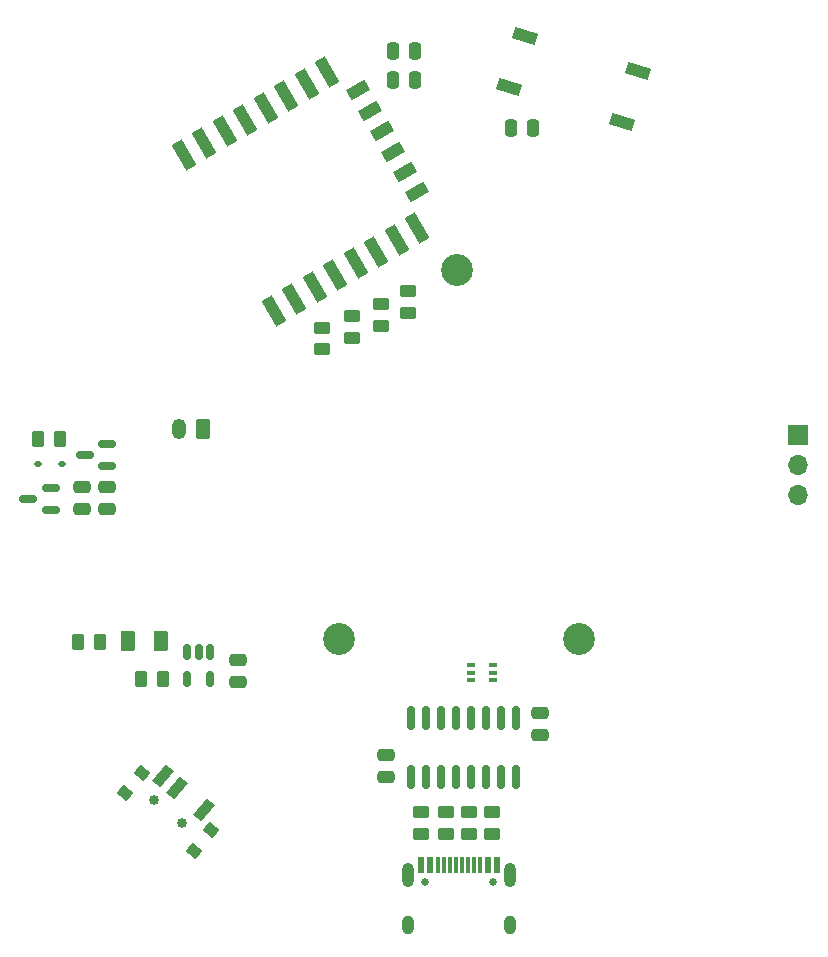
<source format=gbs>
G04 #@! TF.GenerationSoftware,KiCad,Pcbnew,8.0.4*
G04 #@! TF.CreationDate,2024-08-11T22:53:44+02:00*
G04 #@! TF.ProjectId,Haibadge_B,48616962-6164-4676-955f-422e6b696361,rev?*
G04 #@! TF.SameCoordinates,Original*
G04 #@! TF.FileFunction,Soldermask,Bot*
G04 #@! TF.FilePolarity,Negative*
%FSLAX46Y46*%
G04 Gerber Fmt 4.6, Leading zero omitted, Abs format (unit mm)*
G04 Created by KiCad (PCBNEW 8.0.4) date 2024-08-11 22:53:44*
%MOMM*%
%LPD*%
G01*
G04 APERTURE LIST*
G04 Aperture macros list*
%AMRoundRect*
0 Rectangle with rounded corners*
0 $1 Rounding radius*
0 $2 $3 $4 $5 $6 $7 $8 $9 X,Y pos of 4 corners*
0 Add a 4 corners polygon primitive as box body*
4,1,4,$2,$3,$4,$5,$6,$7,$8,$9,$2,$3,0*
0 Add four circle primitives for the rounded corners*
1,1,$1+$1,$2,$3*
1,1,$1+$1,$4,$5*
1,1,$1+$1,$6,$7*
1,1,$1+$1,$8,$9*
0 Add four rect primitives between the rounded corners*
20,1,$1+$1,$2,$3,$4,$5,0*
20,1,$1+$1,$4,$5,$6,$7,0*
20,1,$1+$1,$6,$7,$8,$9,0*
20,1,$1+$1,$8,$9,$2,$3,0*%
%AMRotRect*
0 Rectangle, with rotation*
0 The origin of the aperture is its center*
0 $1 length*
0 $2 width*
0 $3 Rotation angle, in degrees counterclockwise*
0 Add horizontal line*
21,1,$1,$2,0,0,$3*%
G04 Aperture macros list end*
%ADD10RotRect,0.900000X1.800000X140.000000*%
%ADD11RotRect,1.100000X0.930000X140.000000*%
%ADD12C,0.850000*%
%ADD13RoundRect,0.150000X0.587500X0.150000X-0.587500X0.150000X-0.587500X-0.150000X0.587500X-0.150000X0*%
%ADD14RoundRect,0.250000X0.375000X0.625000X-0.375000X0.625000X-0.375000X-0.625000X0.375000X-0.625000X0*%
%ADD15C,2.700000*%
%ADD16RoundRect,0.250000X-0.450000X0.262500X-0.450000X-0.262500X0.450000X-0.262500X0.450000X0.262500X0*%
%ADD17RoundRect,0.250000X-0.250000X-0.475000X0.250000X-0.475000X0.250000X0.475000X-0.250000X0.475000X0*%
%ADD18RoundRect,0.250000X0.262500X0.450000X-0.262500X0.450000X-0.262500X-0.450000X0.262500X-0.450000X0*%
%ADD19RoundRect,0.250000X-0.262500X-0.450000X0.262500X-0.450000X0.262500X0.450000X-0.262500X0.450000X0*%
%ADD20RoundRect,0.250000X-0.475000X0.250000X-0.475000X-0.250000X0.475000X-0.250000X0.475000X0.250000X0*%
%ADD21RoundRect,0.250000X0.450000X-0.262500X0.450000X0.262500X-0.450000X0.262500X-0.450000X-0.262500X0*%
%ADD22RotRect,2.000000X1.000000X163.000000*%
%ADD23RoundRect,0.100000X-0.225000X-0.100000X0.225000X-0.100000X0.225000X0.100000X-0.225000X0.100000X0*%
%ADD24RoundRect,0.150000X0.150000X-0.825000X0.150000X0.825000X-0.150000X0.825000X-0.150000X-0.825000X0*%
%ADD25RoundRect,0.150000X-0.150000X0.512500X-0.150000X-0.512500X0.150000X-0.512500X0.150000X0.512500X0*%
%ADD26RoundRect,0.250000X0.475000X-0.250000X0.475000X0.250000X-0.475000X0.250000X-0.475000X-0.250000X0*%
%ADD27RoundRect,0.250000X0.350000X0.625000X-0.350000X0.625000X-0.350000X-0.625000X0.350000X-0.625000X0*%
%ADD28O,1.200000X1.750000*%
%ADD29R,1.700000X1.700000*%
%ADD30O,1.700000X1.700000*%
%ADD31RoundRect,0.112500X0.187500X0.112500X-0.187500X0.112500X-0.187500X-0.112500X0.187500X-0.112500X0*%
%ADD32C,0.650000*%
%ADD33R,0.600000X1.450000*%
%ADD34R,0.300000X1.450000*%
%ADD35O,1.000000X1.600000*%
%ADD36O,1.000000X2.100000*%
%ADD37RotRect,2.500000X1.000000X300.000000*%
%ADD38RotRect,1.000000X1.800000X300.000000*%
G04 APERTURE END LIST*
D10*
G04 #@! TO.C,SW2*
X118565777Y-168318165D03*
X116267644Y-166389802D03*
X115118577Y-165425621D03*
D11*
X113359128Y-165111079D03*
X111900000Y-166850000D03*
X117721937Y-171735186D03*
X119181065Y-169996265D03*
D12*
X114388252Y-167462782D03*
X116686385Y-169391144D03*
G04 #@! TD*
D13*
G04 #@! TO.C,Q3*
X105600000Y-141000000D03*
X105600000Y-142900000D03*
X103725000Y-141950000D03*
G04 #@! TD*
D14*
G04 #@! TO.C,D16*
X114950000Y-154000000D03*
X112150000Y-154000000D03*
G04 #@! TD*
D15*
G04 #@! TO.C,H3*
X150300000Y-153800000D03*
G04 #@! TD*
G04 #@! TO.C,H2*
X130000000Y-153800000D03*
G04 #@! TD*
G04 #@! TO.C,H1*
X140000000Y-122600000D03*
G04 #@! TD*
D16*
G04 #@! TO.C,R10*
X133600000Y-125462500D03*
X133600000Y-127287500D03*
G04 #@! TD*
D17*
G04 #@! TO.C,C22*
X134550000Y-104000000D03*
X136450000Y-104000000D03*
G04 #@! TD*
D18*
G04 #@! TO.C,R4*
X109775000Y-154050000D03*
X107950000Y-154050000D03*
G04 #@! TD*
D19*
G04 #@! TO.C,R12*
X113275000Y-157200000D03*
X115100000Y-157200000D03*
G04 #@! TD*
D13*
G04 #@! TO.C,U4*
X108525000Y-138250000D03*
X110400000Y-139200000D03*
X110400000Y-137300000D03*
G04 #@! TD*
D17*
G04 #@! TO.C,C23*
X134550000Y-106500000D03*
X136450000Y-106500000D03*
G04 #@! TD*
D20*
G04 #@! TO.C,C19*
X110400000Y-140900000D03*
X110400000Y-142800000D03*
G04 #@! TD*
D21*
G04 #@! TO.C,R7*
X139050000Y-170300000D03*
X139050000Y-168475000D03*
G04 #@! TD*
D22*
G04 #@! TO.C,SW1*
X155315672Y-105696629D03*
X145752625Y-102772912D03*
X153999999Y-110000000D03*
X144436952Y-107076283D03*
G04 #@! TD*
D17*
G04 #@! TO.C,C16*
X144550000Y-110500000D03*
X146450000Y-110500000D03*
G04 #@! TD*
D23*
G04 #@! TO.C,Q1*
X141200000Y-157300000D03*
X141200000Y-156650000D03*
X141200000Y-156000000D03*
X143100000Y-156000000D03*
X143100000Y-156650000D03*
X143100000Y-157300000D03*
G04 #@! TD*
D24*
G04 #@! TO.C,U2*
X145000000Y-165475000D03*
X143730000Y-165475000D03*
X142460000Y-165475000D03*
X141190000Y-165475000D03*
X139920000Y-165475000D03*
X138650000Y-165475000D03*
X137380000Y-165475000D03*
X136110000Y-165475000D03*
X136110000Y-160525000D03*
X137380000Y-160525000D03*
X138650000Y-160525000D03*
X139920000Y-160525000D03*
X141190000Y-160525000D03*
X142460000Y-160525000D03*
X143730000Y-160525000D03*
X145000000Y-160525000D03*
G04 #@! TD*
D25*
G04 #@! TO.C,U3*
X117187500Y-157187500D03*
X119087500Y-157187500D03*
X119087500Y-154912500D03*
X118137500Y-154912500D03*
X117187500Y-154912500D03*
G04 #@! TD*
D16*
G04 #@! TO.C,R6*
X137000000Y-168475000D03*
X137000000Y-170300000D03*
G04 #@! TD*
D26*
G04 #@! TO.C,C21*
X121500000Y-157450000D03*
X121500000Y-155550000D03*
G04 #@! TD*
D27*
G04 #@! TO.C,J3*
X118500000Y-136000000D03*
D28*
X116500000Y-136000000D03*
G04 #@! TD*
D16*
G04 #@! TO.C,R9*
X131100000Y-126462500D03*
X131100000Y-128287500D03*
G04 #@! TD*
D20*
G04 #@! TO.C,C20*
X108300000Y-140900000D03*
X108300000Y-142800000D03*
G04 #@! TD*
D26*
G04 #@! TO.C,C25*
X147000000Y-161975000D03*
X147000000Y-160075000D03*
G04 #@! TD*
D21*
G04 #@! TO.C,R5*
X143000000Y-170300000D03*
X143000000Y-168475000D03*
G04 #@! TD*
D16*
G04 #@! TO.C,R11*
X128600000Y-127462500D03*
X128600000Y-129287500D03*
G04 #@! TD*
D29*
G04 #@! TO.C,J1*
X168900000Y-136520000D03*
D30*
X168900000Y-139060000D03*
X168900000Y-141600000D03*
G04 #@! TD*
D31*
G04 #@! TO.C,D17*
X104500000Y-139000000D03*
X106600000Y-139000000D03*
G04 #@! TD*
D20*
G04 #@! TO.C,C24*
X134000000Y-163600000D03*
X134000000Y-165500000D03*
G04 #@! TD*
D16*
G04 #@! TO.C,R2*
X135900000Y-124375000D03*
X135900000Y-126200000D03*
G04 #@! TD*
G04 #@! TO.C,R8*
X141000000Y-168475000D03*
X141000000Y-170300000D03*
G04 #@! TD*
D32*
G04 #@! TO.C,J2*
X143070000Y-174350000D03*
X137290000Y-174350000D03*
D33*
X143430000Y-172905000D03*
X142630000Y-172905000D03*
D34*
X141430000Y-172905000D03*
X140430000Y-172905000D03*
X139930000Y-172905000D03*
X138930000Y-172905000D03*
D33*
X137730000Y-172905000D03*
X136930000Y-172905000D03*
X136930000Y-172905000D03*
X137730000Y-172905000D03*
D34*
X138430000Y-172905000D03*
X139430000Y-172905000D03*
X140930000Y-172905000D03*
X141930000Y-172905000D03*
D33*
X142630000Y-172905000D03*
X143430000Y-172905000D03*
D35*
X144500000Y-178000000D03*
D36*
X144500000Y-173820000D03*
D35*
X135860000Y-178000000D03*
D36*
X135860000Y-173820000D03*
G04 #@! TD*
D18*
G04 #@! TO.C,R13*
X104575000Y-136900000D03*
X106400000Y-136900000D03*
G04 #@! TD*
D37*
G04 #@! TO.C,U1*
X116900000Y-112836414D03*
X118632051Y-111836414D03*
X120364102Y-110836414D03*
X122096153Y-109836414D03*
X123828203Y-108836414D03*
X125560254Y-107836414D03*
X127292305Y-106836414D03*
X129024356Y-105836414D03*
D38*
X131623394Y-107338080D03*
X132623394Y-109070131D03*
X133623394Y-110802182D03*
X134623394Y-112534232D03*
X135623394Y-114266283D03*
X136623394Y-115998334D03*
D37*
X136624356Y-119000000D03*
X134892305Y-120000000D03*
X133160254Y-121000000D03*
X131428203Y-122000000D03*
X129696153Y-123000000D03*
X127964102Y-124000000D03*
X126232051Y-125000000D03*
X124500000Y-126000000D03*
G04 #@! TD*
M02*

</source>
